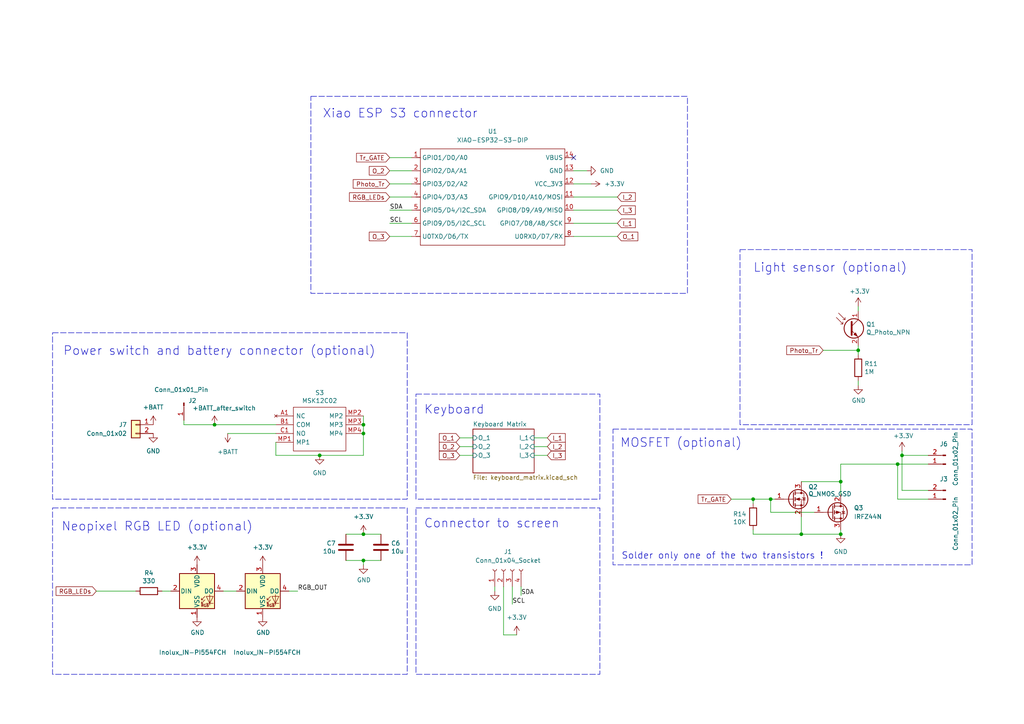
<source format=kicad_sch>
(kicad_sch (version 20250114) (generator "eeschema") (generator_version "9.0")
  (paper "A4")
  (title_block (title "IFT-S3") (date "2025-09-03") (rev "1") (company "IFT"))
  (lib_symbols
    (symbol "Connector:Conn_01x01_Pin" (pin_names (offset 1.016) (hide yes))
      (property "Reference" "J" (at 0 2.54 0))
      (property "Value" "Conn_01x01_Pin" (at 0 -2.54 0))
      (symbol "Conn_01x01_Pin_1_1"
        (rectangle (start 0.8636 0.127) (end 0 -0.127) (stroke (width 0.1524)) (fill (type outline)))
        (polyline (pts (xy 1.27 0) (xy 0.8636 0)) (stroke (width 0.1524)))
        (pin passive line (at 5.08 0 180) (length 3.81) (name "Pin_1") (number "1"))
      )
    )
    (symbol "Connector:Conn_01x02_Pin" (pin_names (offset 1.016) (hide yes))
      (property "Reference" "J" (at 0 2.54 0))
      (property "Value" "Conn_01x02_Pin" (at 0 -5.08 0))
      (symbol "Conn_01x02_Pin_1_1"
        (rectangle (start 0.8636 0.127) (end 0 -0.127) (stroke (width 0.1524)) (fill (type outline)))
        (rectangle (start 0.8636 -2.413) (end 0 -2.667) (stroke (width 0.1524)) (fill (type outline)))
        (polyline (pts (xy 1.27 0) (xy 0.8636 0)) (stroke (width 0.1524)))
        (polyline (pts (xy 1.27 -2.54) (xy 0.8636 -2.54)) (stroke (width 0.1524)))
        (pin passive line (at 5.08 0 180) (length 3.81) (name "Pin_1") (number "1"))
        (pin passive line (at 5.08 -2.54 180) (length 3.81) (name "Pin_2") (number "2"))
      )
    )
    (symbol "Connector:Conn_01x04_Socket" (pin_names (offset 1.016) (hide yes))
      (property "Reference" "J" (at 0 5.08 0))
      (property "Value" "Conn_01x04_Socket" (at 0 -7.62 0))
      (symbol "Conn_01x04_Socket_1_1"
        (polyline (pts (xy -1.27 2.54) (xy -0.508 2.54)) (stroke (width 0.1524)))
        (polyline (pts (xy -1.27 0) (xy -0.508 0)) (stroke (width 0.1524)))
        (polyline (pts (xy -1.27 -2.54) (xy -0.508 -2.54)) (stroke (width 0.1524)))
        (polyline (pts (xy -1.27 -5.08) (xy -0.508 -5.08)) (stroke (width 0.1524)))
        (arc (start 0 2.032) (mid -0.5058 2.54) (end 0 3.048) (stroke (width 0.1524)))
        (arc (start 0 -0.508) (mid -0.5058 0) (end 0 0.508) (stroke (width 0.1524)))
        (arc (start 0 -3.048) (mid -0.5058 -2.54) (end 0 -2.032) (stroke (width 0.1524)))
        (arc (start 0 -5.588) (mid -0.5058 -5.08) (end 0 -4.572) (stroke (width 0.1524)))
        (pin passive line (at -5.08 2.54 0) (length 3.81) (name "Pin_1") (number "1"))
        (pin passive line (at -5.08 0 0) (length 3.81) (name "Pin_2") (number "2"))
        (pin passive line (at -5.08 -2.54 0) (length 3.81) (name "Pin_3") (number "3"))
        (pin passive line (at -5.08 -5.08 0) (length 3.81) (name "Pin_4") (number "4"))
      )
    )
    (symbol "Connector_Generic:Conn_01x02" (pin_names (offset 1.016) (hide yes))
      (property "Reference" "J" (at 0 2.54 0))
      (property "Value" "Conn_01x02" (at 0 -5.08 0))
      (symbol "Conn_01x02_1_1"
        (rectangle (start -1.27 1.27) (end 1.27 -3.81) (stroke (width 0.254)) (fill (type background)))
        (rectangle (start -1.27 0.127) (end 0 -0.127) (stroke (width 0.1524)))
        (rectangle (start -1.27 -2.413) (end 0 -2.667) (stroke (width 0.1524)))
        (pin passive line (at -5.08 0 0) (length 3.81) (name "Pin_1") (number "1"))
        (pin passive line (at -5.08 -2.54 0) (length 3.81) (name "Pin_2") (number "2"))
      )
    )
    (symbol "Device:C" (pin_numbers (hide yes)) (pin_names (offset 0.254))
      (property "Reference" "C" (at 0.635 2.54 0))
      (property "Value" "C" (at 0.635 -2.54 0))
      (symbol "C_0_1"
        (polyline (pts (xy -2.032 0.762) (xy 2.032 0.762)) (stroke (width 0.508)))
        (polyline (pts (xy -2.032 -0.762) (xy 2.032 -0.762)) (stroke (width 0.508)))
      )
      (symbol "C_1_1"
        (pin passive line (at 0 3.81 270) (length 2.794) (name "~") (number "1"))
        (pin passive line (at 0 -3.81 90) (length 2.794) (name "~") (number "2"))
      )
    )
    (symbol "Device:Q_NMOS_GSD" (pin_names (offset 0) (hide yes))
      (property "Reference" "Q" (at 5.08 1.27 0))
      (property "Value" "Q_NMOS_GSD" (at 5.08 -1.27 0))
      (symbol "Q_NMOS_GSD_0_1"
        (polyline (pts (xy 0.254 1.905) (xy 0.254 -1.905)) (stroke (width 0.254)))
        (polyline (pts (xy 0.254 0) (xy -2.54 0)))
        (polyline (pts (xy 0.762 2.286) (xy 0.762 1.27)) (stroke (width 0.254)))
        (polyline (pts (xy 0.762 0.508) (xy 0.762 -0.508)) (stroke (width 0.254)))
        (polyline (pts (xy 0.762 -1.27) (xy 0.762 -2.286)) (stroke (width 0.254)))
        (polyline (pts (xy 0.762 -1.778) (xy 3.302 -1.778) (xy 3.302 1.778) (xy 0.762 1.778)))
        (polyline (pts (xy 1.016 0) (xy 2.032 0.381) (xy 2.032 -0.381) (xy 1.016 0)) (fill (type outline)))
        (circle (center 1.651 0) (radius 2.794) (stroke (width 0.254)))
        (polyline (pts (xy 2.54 2.54) (xy 2.54 1.778)))
        (circle (center 2.54 1.778) (radius 0.254) (fill (type outline)))
        (circle (center 2.54 -1.778) (radius 0.254) (fill (type outline)))
        (polyline (pts (xy 2.54 -2.54) (xy 2.54 0) (xy 0.762 0)))
        (polyline (pts (xy 2.794 0.508) (xy 2.921 0.381) (xy 3.683 0.381) (xy 3.81 0.254)))
        (polyline (pts (xy 3.302 0.381) (xy 2.921 -0.254) (xy 3.683 -0.254) (xy 3.302 0.381)))
      )
      (symbol "Q_NMOS_GSD_1_1"
        (pin input line (at -5.08 0 0) (length 2.54) (name "G") (number "1"))
        (pin passive line (at 2.54 5.08 270) (length 2.54) (name "D") (number "3"))
        (pin passive line (at 2.54 -5.08 90) (length 2.54) (name "S") (number "2"))
      )
    )
    (symbol "Device:Q_Photo_NPN" (pin_names (offset 0) (hide yes))
      (property "Reference" "Q" (at 5.08 1.27 0))
      (property "Value" "Q_Photo_NPN" (at 5.08 -1.27 0))
      (symbol "Q_Photo_NPN_0_1"
        (polyline (pts (xy -3.81 3.175) (xy -1.905 1.27) (xy -1.905 1.905)))
        (polyline (pts (xy -3.175 4.445) (xy -1.27 2.54) (xy -1.27 3.175)))
        (polyline (pts (xy -1.905 1.27) (xy -2.54 1.27)))
        (polyline (pts (xy -1.27 2.54) (xy -1.905 2.54)))
        (polyline (pts (xy 0.635 1.905) (xy 0.635 -1.905) (xy 0.635 -1.905)) (stroke (width 0.508)))
        (polyline (pts (xy 0.635 0.635) (xy 2.54 2.54)))
        (polyline (pts (xy 0.635 -0.635) (xy 2.54 -2.54) (xy 2.54 -2.54)))
        (circle (center 1.27 0) (radius 2.8194) (stroke (width 0.254)))
        (polyline (pts (xy 1.27 -1.778) (xy 1.778 -1.27) (xy 2.286 -2.286) (xy 1.27 -1.778) (xy 1.27 -1.778)) (fill (type outline)))
      )
      (symbol "Q_Photo_NPN_1_1"
        (pin passive line (at 2.54 5.08 270) (length 2.54) (name "C") (number "1"))
        (pin passive line (at 2.54 -5.08 90) (length 2.54) (name "E") (number "2"))
      )
    )
    (symbol "Device:R" (pin_numbers (hide yes)) (pin_names (offset 0))
      (property "Reference" "R" (at 2.032 0 90))
      (property "Value" "R" (at 0 0 90))
      (symbol "R_0_1"
        (rectangle (start -1.016 -2.54) (end 1.016 2.54) (stroke (width 0.254)))
      )
      (symbol "R_1_1"
        (pin passive line (at 0 3.81 270) (length 1.27) (name "~") (number "1"))
        (pin passive line (at 0 -3.81 90) (length 1.27) (name "~") (number "2"))
      )
    )
    (symbol "LED:Inolux_IN-PI554FCH" (pin_names (offset 0.254))
      (property "Reference" "D" (at 5.08 5.715 0))
      (property "Value" "Inolux_IN-PI554FCH" (at 1.27 -5.715 0))
      (symbol "Inolux_IN-PI554FCH_0_0"
        (text "RGB" (at 2.286 -4.191 0) (effects (font (size 0.762 0.762))))
      )
      (symbol "Inolux_IN-PI554FCH_0_1"
        (polyline (pts (xy 1.27 -2.54) (xy 1.778 -2.54)))
        (polyline (pts (xy 1.27 -3.556) (xy 1.778 -3.556)))
        (polyline (pts (xy 2.286 -1.524) (xy 1.27 -2.54) (xy 1.27 -2.032)))
        (polyline (pts (xy 2.286 -2.54) (xy 1.27 -3.556) (xy 1.27 -3.048)))
        (polyline (pts (xy 3.683 -1.016) (xy 3.683 -3.556) (xy 3.683 -4.064)))
        (polyline (pts (xy 4.699 -1.524) (xy 2.667 -1.524) (xy 3.683 -3.556) (xy 4.699 -1.524)))
        (polyline (pts (xy 4.699 -3.556) (xy 2.667 -3.556)))
        (rectangle (start 5.08 5.08) (end -5.08 -5.08) (stroke (width 0.254)) (fill (type background)))
      )
      (symbol "Inolux_IN-PI554FCH_1_1"
        (pin input line (at -7.62 0 0) (length 2.54) (name "DIN") (number "2"))
        (pin power_in line (at 0 7.62 270) (length 2.54) (name "VDD") (number "3"))
        (pin power_in line (at 0 -7.62 90) (length 2.54) (name "VSS") (number "1"))
        (pin output line (at 7.62 0 180) (length 2.54) (name "DO") (number "4"))
      )
    )
    (symbol "MSK12C02:MSK12C02" (pin_names (offset 0.762))
      (property "Reference" "S" (at 21.59 7.62 0))
      (property "Value" "MSK12C02" (at 21.59 5.08 0))
      (symbol "MSK12C02_0_0"
        (pin no_connect line (at 0 0 0) (length 5.08) (name "NC") (number "A1"))
        (pin passive line (at 0 -2.54 0) (length 5.08) (name "COM") (number "B1"))
        (pin passive line (at 0 -5.08 0) (length 5.08) (name "NO") (number "C1"))
        (pin passive line (at 0 -7.62 0) (length 5.08) (name "MP1") (number "MP1"))
        (pin passive line (at 25.4 0 180) (length 5.08) (name "MP2") (number "MP2"))
        (pin passive line (at 25.4 -2.54 180) (length 5.08) (name "MP3") (number "MP3"))
        (pin passive line (at 25.4 -5.08 180) (length 5.08) (name "MP4") (number "MP4"))
      )
      (symbol "MSK12C02_0_1"
        (polyline (pts (xy 5.08 2.54) (xy 20.32 2.54) (xy 20.32 -10.16) (xy 5.08 -10.16) (xy 5.08 2.54)) (stroke (width 0.1524)))
      )
    )
    (symbol "Transistor_FET:IRF4905" (pin_names (hide yes))
      (property "Reference" "Q" (at 5.08 1.905 0))
      (property "Value" "IRF4905" (at 5.08 0 0))
      (symbol "IRF4905_0_1"
        (polyline (pts (xy 0.254 1.905) (xy 0.254 -1.905)) (stroke (width 0.254)))
        (polyline (pts (xy 0.254 0) (xy -2.54 0)))
        (polyline (pts (xy 0.762 2.286) (xy 0.762 1.27)) (stroke (width 0.254)))
        (polyline (pts (xy 0.762 1.778) (xy 3.302 1.778) (xy 3.302 -1.778) (xy 0.762 -1.778)))
        (polyline (pts (xy 0.762 0.508) (xy 0.762 -0.508)) (stroke (width 0.254)))
        (polyline (pts (xy 0.762 -1.27) (xy 0.762 -2.286)) (stroke (width 0.254)))
        (circle (center 1.651 0) (radius 2.794) (stroke (width 0.254)))
        (polyline (pts (xy 2.286 0) (xy 1.27 0.381) (xy 1.27 -0.381) (xy 2.286 0)) (fill (type outline)))
        (polyline (pts (xy 2.54 2.54) (xy 2.54 1.778)))
        (circle (center 2.54 1.778) (radius 0.254) (fill (type outline)))
        (circle (center 2.54 -1.778) (radius 0.254) (fill (type outline)))
        (polyline (pts (xy 2.54 -2.54) (xy 2.54 0) (xy 0.762 0)))
        (polyline (pts (xy 2.794 -0.508) (xy 2.921 -0.381) (xy 3.683 -0.381) (xy 3.81 -0.254)))
        (polyline (pts (xy 3.302 -0.381) (xy 2.921 0.254) (xy 3.683 0.254) (xy 3.302 -0.381)))
      )
      (symbol "IRF4905_1_1"
        (pin input line (at -5.08 0 0) (length 2.54) (name "G") (number "1"))
        (pin passive line (at 2.54 5.08 270) (length 2.54) (name "D") (number "2"))
        (pin passive line (at 2.54 -5.08 90) (length 2.54) (name "S") (number "3"))
      )
    )
    (symbol "Xiao:XIAO-ESP32-S3-DIP"
      (property "Reference" "U" (at 1.27 0.508 0))
      (property "Value" "XIAO-ESP32-S3-DIP" (at 9.652 -1.778 0))
      (symbol "XIAO-ESP32-S3-DIP_1_0"
        (polyline (pts (xy 0 -2.54) (xy 41.91 -2.54)) (stroke (width 0.1524)))
        (polyline (pts (xy 0 -5.08) (xy -1.27 -5.08)) (stroke (width 0.1524)))
        (polyline (pts (xy 0 -5.08) (xy 0 -2.54)) (stroke (width 0.1524)))
        (polyline (pts (xy 0 -8.89) (xy -1.27 -8.89)) (stroke (width 0.1524)))
        (polyline (pts (xy 0 -8.89) (xy 0 -5.08)) (stroke (width 0.1524)))
        (polyline (pts (xy 0 -12.7) (xy -1.27 -12.7)) (stroke (width 0.1524)))
        (polyline (pts (xy 0 -12.7) (xy 0 -8.89)) (stroke (width 0.1524)))
        (polyline (pts (xy 0 -16.51) (xy -1.27 -16.51)) (stroke (width 0.1524)))
        (polyline (pts (xy 0 -16.51) (xy 0 -12.7)) (stroke (width 0.1524)))
        (polyline (pts (xy 0 -20.32) (xy -1.27 -20.32)) (stroke (width 0.1524)))
        (polyline (pts (xy 0 -24.13) (xy -1.27 -24.13)) (stroke (width 0.1524)))
        (polyline (pts (xy 0 -27.94) (xy -1.27 -27.94)) (stroke (width 0.1524)))
        (polyline (pts (xy 0 -30.48) (xy 0 -16.51)) (stroke (width 0.1524)))
        (polyline (pts (xy 41.91 -2.54) (xy 41.91 -5.08)) (stroke (width 0.1524)))
        (polyline (pts (xy 41.91 -5.08) (xy 41.91 -8.89)) (stroke (width 0.1524)))
        (polyline (pts (xy 41.91 -8.89) (xy 41.91 -12.7)) (stroke (width 0.1524)))
        (polyline (pts (xy 41.91 -12.7) (xy 41.91 -30.48)) (stroke (width 0.1524)))
        (polyline (pts (xy 41.91 -30.48) (xy 0 -30.48)) (stroke (width 0.1524)))
        (polyline (pts (xy 43.18 -5.08) (xy 41.91 -5.08)) (stroke (width 0.1524)))
        (polyline (pts (xy 43.18 -8.89) (xy 41.91 -8.89)) (stroke (width 0.1524)))
        (polyline (pts (xy 43.18 -12.7) (xy 41.91 -12.7)) (stroke (width 0.1524)))
        (polyline (pts (xy 43.18 -16.51) (xy 41.91 -16.51)) (stroke (width 0.1524)))
        (polyline (pts (xy 43.18 -20.32) (xy 41.91 -20.32)) (stroke (width 0.1524)))
        (polyline (pts (xy 43.18 -24.13) (xy 41.91 -24.13)) (stroke (width 0.1524)))
        (polyline (pts (xy 43.18 -27.94) (xy 41.91 -27.94)) (stroke (width 0.1524)))
        (pin passive line (at -2.54 -5.08 0) (length 2.54) (name "GPIO1/D0/A0") (number "1"))
        (pin passive line (at -2.54 -8.89 0) (length 2.54) (name "GPIO2/DA/A1") (number "2"))
        (pin passive line (at -2.54 -12.7 0) (length 2.54) (name "GPIO3/D2/A2") (number "3"))
        (pin passive line (at -2.54 -16.51 0) (length 2.54) (name "GPIO4/D3/A3") (number "4"))
        (pin passive line (at -2.54 -20.32 0) (length 2.54) (name "GPIO5/D4/I2C_SDA") (number "5"))
        (pin passive line (at -2.54 -24.13 0) (length 2.54) (name "GPIO9/D5/I2C_SCL") (number "6"))
        (pin passive line (at -2.54 -27.94 0) (length 2.54) (name "U0TXD/D6/TX") (number "7"))
        (pin passive line (at 44.45 -5.08 180) (length 2.54) (name "VBUS") (number "14"))
        (pin passive line (at 44.45 -8.89 180) (length 2.54) (name "GND") (number "13"))
        (pin passive line (at 44.45 -12.7 180) (length 2.54) (name "VCC_3V3") (number "12"))
        (pin passive line (at 44.45 -16.51 180) (length 2.54) (name "GPIO9/D10/A10/MOSI") (number "11"))
        (pin passive line (at 44.45 -20.32 180) (length 2.54) (name "GPIO8/D9/A9/MISO") (number "10"))
        (pin passive line (at 44.45 -24.13 180) (length 2.54) (name "GPIO7/D8/A8/SCK") (number "9"))
        (pin passive line (at 44.45 -27.94 180) (length 2.54) (name "U0RXD/D7/RX") (number "8"))
      )
    )
    (symbol "power:+3.3V" (power) (pin_names (offset 0))
      (property "Value" "+3.3V" (at 0 3.556 0))
      (symbol "+3.3V_0_1"
        (polyline (pts (xy -0.762 1.27) (xy 0 2.54)))
        (polyline (pts (xy 0 2.54) (xy 0.762 1.27)))
        (polyline (pts (xy 0 0) (xy 0 2.54)))
      )
      (symbol "+3.3V_1_1"
        (pin power_in line (at 0 0 90) (length 0) (hide yes) (name "+3.3V") (number "1"))
      )
    )
    (symbol "power:+BATT" (power) (pin_names (offset 0))
      (property "Value" "+BATT" (at 0 3.556 0))
      (symbol "+BATT_0_1"
        (polyline (pts (xy -0.762 1.27) (xy 0 2.54)))
        (polyline (pts (xy 0 2.54) (xy 0.762 1.27)))
        (polyline (pts (xy 0 0) (xy 0 2.54)))
      )
      (symbol "+BATT_1_1"
        (pin power_in line (at 0 0 90) (length 0) (hide yes) (name "+BATT") (number "1"))
      )
    )
    (symbol "power:GND" (power) (pin_names (offset 0))
      (property "Value" "GND" (at 0 -3.81 0))
      (symbol "GND_0_1"
        (polyline (pts (xy 0 0) (xy 0 -1.27) (xy 1.27 -1.27) (xy 0 -2.54) (xy -1.27 -1.27) (xy 0 -1.27)))
      )
      (symbol "GND_1_1"
        (pin power_in line (at 0 0 270) (length 0) (hide yes) (name "GND") (number "1"))
      )
    )
  )
  (rectangle (start 120.65 147.32) (end 173.99 195.58) (stroke (width 0) (type dash)))
  (rectangle (start 15.24 147.32) (end 118.11 195.58) (stroke (width 0) (type dash)))
  (rectangle (start 177.8 124.46) (end 281.94 163.83) (stroke (width 0) (type dash)))
  (rectangle (start 15.24 96.52) (end 118.11 144.78) (stroke (width 0) (type dash)))
  (rectangle (start 120.65 114.3) (end 173.99 144.78) (stroke (width 0) (type dash)))
  (rectangle (start 214.63 72.39) (end 281.94 123.19) (stroke (width 0) (type dash)))
  (rectangle (start 90.17 27.94) (end 199.39 85.09) (stroke (width 0) (type dash)))
  (text "Connector to screen" (at 122.936 153.416 0) (effects (font (size 2.54 2.54)) (justify left bottom)))
  (text "MOSFET (optional)" (at 179.832 130.048 0) (effects (font (size 2.54 2.54)) (justify left bottom)))
  (text "Power switch and battery connector (optional)" (at 18.288 103.378 0) (effects (font (size 2.54 2.54)) (justify left bottom)))
  (text "Neopixel RGB LED (optional)" (at 17.78 154.305 0) (effects (font (size 2.54 2.54)) (justify left bottom)))
  (text "Light sensor (optional)" (at 218.44 79.248 0) (effects (font (size 2.54 2.54)) (justify left bottom)))
  (text "Solder only one of the two transistors !" (at 209.55 161.29 0) (effects (font (size 1.905 1.905))))
  (text "Keyboard" (at 122.936 120.396 0) (effects (font (size 2.54 2.54)) (justify left bottom)))
  (text "Xiao ESP S3 connector" (at 116.078 33.02 0) (effects (font (size 2.54 2.54))))
  (junction (at 261.62 132.08))
  (junction (at 105.41 123.19))
  (junction (at 62.23 123.19))
  (junction (at 248.92 101.6))
  (junction (at 218.44 144.78))
  (junction (at 105.41 125.73))
  (junction (at 92.71 132.08))
  (junction (at 105.41 154.94))
  (junction (at 105.41 162.56))
  (junction (at 243.84 154.94))
  (junction (at 260.35 134.62))
  (junction (at 232.41 154.94))
  (junction (at 223.52 144.78))
  (junction (at 243.84 139.7))
  (no_connect (at 166.37 45.72))
  (wire (pts (xy 261.62 132.08) (xy 269.24 132.08)))
  (wire (pts (xy 133.35 132.08) (xy 137.16 132.08)))
  (wire (pts (xy 100.33 154.94) (xy 105.41 154.94)))
  (wire (pts (xy 179.07 68.58) (xy 166.37 68.58)))
  (wire (pts (xy 154.94 132.08) (xy 158.75 132.08)))
  (wire (pts (xy 232.41 139.7) (xy 243.84 139.7)))
  (wire (pts (xy 105.41 123.19) (xy 105.41 120.65)))
  (wire (pts (xy 218.44 144.78) (xy 223.52 144.78)))
  (wire (pts (xy 83.82 171.45) (xy 86.36 171.45)))
  (wire (pts (xy 105.41 163.83) (xy 105.41 162.56)))
  (wire (pts (xy 62.23 123.19) (xy 80.01 123.19)))
  (wire (pts (xy 166.37 57.15) (xy 179.07 57.15)))
  (wire (pts (xy 148.59 175.26) (xy 148.59 170.18)))
  (wire (pts (xy 260.35 134.62) (xy 243.84 134.62)))
  (wire (pts (xy 212.09 144.78) (xy 218.44 144.78)))
  (wire (pts (xy 46.99 171.45) (xy 49.53 171.45)))
  (wire (pts (xy 154.94 129.54) (xy 158.75 129.54)))
  (wire (pts (xy 243.84 154.94) (xy 243.84 153.67)))
  (wire (pts (xy 149.86 184.15) (xy 146.05 184.15)))
  (wire (pts (xy 243.84 143.51) (xy 243.84 139.7)))
  (wire (pts (xy 218.44 144.78) (xy 218.44 146.05)))
  (wire (pts (xy 113.03 64.77) (xy 119.38 64.77)))
  (wire (pts (xy 151.13 172.72) (xy 151.13 170.18)))
  (wire (pts (xy 113.03 57.15) (xy 119.38 57.15)))
  (wire (pts (xy 260.35 144.78) (xy 269.24 144.78)))
  (wire (pts (xy 243.84 154.94) (xy 232.41 154.94)))
  (wire (pts (xy 80.01 128.27) (xy 80.01 132.08)))
  (wire (pts (xy 92.71 132.08) (xy 105.41 132.08)))
  (wire (pts (xy 53.34 123.19) (xy 62.23 123.19)))
  (wire (pts (xy 166.37 60.96) (xy 179.07 60.96)))
  (wire (pts (xy 218.44 153.67) (xy 218.44 154.94)))
  (wire (pts (xy 261.62 142.24) (xy 261.62 132.08)))
  (wire (pts (xy 166.37 53.34) (xy 171.45 53.34)))
  (wire (pts (xy 27.94 171.45) (xy 39.37 171.45)))
  (wire (pts (xy 100.33 162.56) (xy 105.41 162.56)))
  (wire (pts (xy 243.84 134.62) (xy 243.84 139.7)))
  (wire (pts (xy 261.62 142.24) (xy 269.24 142.24)))
  (wire (pts (xy 248.92 110.49) (xy 248.92 111.76)))
  (wire (pts (xy 53.34 121.92) (xy 53.34 123.19)))
  (wire (pts (xy 218.44 154.94) (xy 232.41 154.94)))
  (wire (pts (xy 113.03 60.96) (xy 119.38 60.96)))
  (wire (pts (xy 236.22 148.59) (xy 223.52 148.59)))
  (wire (pts (xy 223.52 144.78) (xy 224.79 144.78)))
  (wire (pts (xy 146.05 184.15) (xy 146.05 170.18)))
  (wire (pts (xy 248.92 100.33) (xy 248.92 101.6)))
  (wire (pts (xy 238.76 101.6) (xy 248.92 101.6)))
  (wire (pts (xy 113.03 49.53) (xy 119.38 49.53)))
  (wire (pts (xy 166.37 49.53) (xy 170.18 49.53)))
  (wire (pts (xy 248.92 88.9) (xy 248.92 90.17)))
  (wire (pts (xy 260.35 134.62) (xy 269.24 134.62)))
  (wire (pts (xy 105.41 154.94) (xy 110.49 154.94)))
  (wire (pts (xy 166.37 64.77) (xy 179.07 64.77)))
  (wire (pts (xy 260.35 144.78) (xy 260.35 134.62)))
  (wire (pts (xy 261.62 130.81) (xy 261.62 132.08)))
  (wire (pts (xy 232.41 149.86) (xy 232.41 154.94)))
  (wire (pts (xy 113.03 53.34) (xy 119.38 53.34)))
  (wire (pts (xy 105.41 132.08) (xy 105.41 125.73)))
  (wire (pts (xy 80.01 132.08) (xy 92.71 132.08)))
  (wire (pts (xy 113.03 45.72) (xy 119.38 45.72)))
  (wire (pts (xy 133.35 127) (xy 137.16 127)))
  (wire (pts (xy 64.77 171.45) (xy 68.58 171.45)))
  (wire (pts (xy 154.94 127) (xy 158.75 127)))
  (wire (pts (xy 223.52 148.59) (xy 223.52 144.78)))
  (wire (pts (xy 133.35 129.54) (xy 137.16 129.54)))
  (wire (pts (xy 105.41 162.56) (xy 110.49 162.56)))
  (wire (pts (xy 105.41 125.73) (xy 105.41 123.19)))
  (wire (pts (xy 248.92 101.6) (xy 248.92 102.87)))
  (wire (pts (xy 66.04 125.73) (xy 80.01 125.73)))
  (wire (pts (xy 143.51 171.45) (xy 143.51 170.18)))
  (wire (pts (xy 113.03 68.58) (xy 119.38 68.58)))
  (label "SDA" (at 151.13 172.72 0))
  (label "RGB_OUT" (at 86.36 171.45 0))
  (label "SCL" (at 113.03 64.77 0))
  (label "SCL" (at 148.59 175.26 0))
  (label "SDA" (at 113.03 60.96 0))
  (global_label "Tr_GATE" (shape input) (at 212.09 144.78 180) (property "Intersheetrefs" "${INTERSHEET_REFS}" (effects (hide yes))))
  (global_label "O_1" (shape input) (at 179.07 68.58 0) (property "Intersheetrefs" "${INTERSHEET_REFS}" (effects (hide yes))))
  (global_label "I_3" (shape input) (at 179.07 60.96 0) (property "Intersheetrefs" "${INTERSHEET_REFS}" (effects (hide yes))))
  (global_label "I_2" (shape input) (at 179.07 57.15 0) (property "Intersheetrefs" "${INTERSHEET_REFS}" (effects (hide yes))))
  (global_label "I_1" (shape input) (at 158.75 127 0) (property "Intersheetrefs" "${INTERSHEET_REFS}" (effects (hide yes))))
  (global_label "Photo_Tr" (shape input) (at 113.03 53.34 180) (property "Intersheetrefs" "${INTERSHEET_REFS}" (effects (hide yes))))
  (global_label "RGB_LEDs" (shape input) (at 113.03 57.15 180) (property "Intersheetrefs" "${INTERSHEET_REFS}" (effects (hide yes))))
  (global_label "I_2" (shape input) (at 158.75 129.54 0) (property "Intersheetrefs" "${INTERSHEET_REFS}" (effects (hide yes))))
  (global_label "I_1" (shape input) (at 179.07 64.77 0) (property "Intersheetrefs" "${INTERSHEET_REFS}" (effects (hide yes))))
  (global_label "Photo_Tr" (shape input) (at 238.76 101.6 180) (property "Intersheetrefs" "${INTERSHEET_REFS}" (effects (hide yes))))
  (global_label "O_2" (shape input) (at 113.03 49.53 180) (property "Intersheetrefs" "${INTERSHEET_REFS}" (effects (hide yes))))
  (global_label "RGB_LEDs" (shape input) (at 27.94 171.45 180) (property "Intersheetrefs" "${INTERSHEET_REFS}" (effects (hide yes))))
  (global_label "O_3" (shape input) (at 113.03 68.58 180) (property "Intersheetrefs" "${INTERSHEET_REFS}" (effects (hide yes))))
  (global_label "Tr_GATE" (shape input) (at 113.03 45.72 180) (property "Intersheetrefs" "${INTERSHEET_REFS}" (effects (hide yes))))
  (global_label "O_3" (shape input) (at 133.35 132.08 180) (property "Intersheetrefs" "${INTERSHEET_REFS}" (effects (hide yes))))
  (global_label "O_1" (shape input) (at 133.35 127 180) (property "Intersheetrefs" "${INTERSHEET_REFS}" (effects (hide yes))))
  (global_label "O_2" (shape input) (at 133.35 129.54 180) (property "Intersheetrefs" "${INTERSHEET_REFS}" (effects (hide yes))))
  (global_label "I_3" (shape input) (at 158.75 132.08 0) (property "Intersheetrefs" "${INTERSHEET_REFS}" (effects (hide yes))))
  (symbol (lib_id "power:GND") (at 170.18 49.53 90) (unit 1)
    (property "Reference" "#PWR02" (effects (hide yes)))
    (property "Value" "GND" (at 173.99 49.5299 90) (effects (justify right)))
  )
  (symbol (lib_id "power:+3.3V") (at 57.15 163.83 0) (mirror y) (unit 1)
    (property "Reference" "#PWR033" (effects (hide yes)))
    (property "Value" "+3.3V" (at 57.15 158.75 0))
  )
  (symbol (lib_id "power:+BATT") (at 66.04 125.73 0) (mirror x) (unit 1)
    (property "Reference" "#PWR015" (effects (hide yes)))
    (property "Value" "+BATT" (at 66.04 131.064 0))
  )
  (symbol (lib_id "power:+3.3V") (at 149.86 184.15 0) (mirror y) (unit 1)
    (property "Reference" "#PWR010" (effects (hide yes)))
    (property "Value" "+3.3V" (at 149.86 179.07 0))
  )
  (symbol (lib_id "power:+BATT") (at 44.45 123.19 0) (unit 1)
    (property "Reference" "#PWR014" (effects (hide yes)))
    (property "Value" "+BATT" (at 44.45 118.11 0))
  )
  (symbol (lib_id "power:+3.3V") (at 76.2 163.83 0) (mirror y) (unit 1)
    (property "Reference" "#PWR025" (effects (hide yes)))
    (property "Value" "+3.3V" (at 76.2 158.75 0))
  )
  (symbol (lib_id "power:+3.3V") (at 248.92 88.9 0) (unit 1)
    (property "Reference" "#PWR044" (effects (hide yes)))
    (property "Value" "+3.3V" (at 249.301 84.5058 0))
  )
  (symbol (lib_id "Device:Q_NMOS_GSD") (at 229.87 144.78 0) (unit 1)
    (property "Reference" "Q2" (at 234.442 141.224 0) (effects (justify left)))
    (property "Value" "Q_NMOS_GSD" (at 234.442 143.256 0) (effects (justify left)))
    (property "Footprint" "Package_TO_SOT_SMD:SOT-23-3" (effects (hide yes)))
  )
  (symbol (lib_id "power:GND") (at 76.2 179.07 0) (unit 1)
    (property "Reference" "#PWR06" (effects (hide yes)))
    (property "Value" "GND" (at 76.327 183.4642 0))
  )
  (symbol (lib_id "LED:Inolux_IN-PI554FCH") (at 76.2 171.45 0) (unit 1)
    (property "Reference" "D5" (effects (hide yes)))
    (property "Value" "Inolux_IN-PI554FCH" (at 77.47 189.23 0))
    (property "Footprint" "LED_SMD:LED_Inolux_IN-PI554FCH_PLCC4_5.0x5.0mm_P3.2mm" (effects (hide yes)))
    (property "Datasheet" "http://www.inolux-corp.com/datasheet/SMDLED/Addressable%20LED/IN-PI554FCH.pdf" (effects (hide yes)))
  )
  (symbol (lib_id "Device:R") (at 248.92 106.68 0) (unit 1)
    (property "Reference" "R11" (at 250.698 105.5116 0) (effects (justify left)))
    (property "Value" "1M" (at 250.698 107.823 0) (effects (justify left)))
    (property "Footprint" "Resistor_SMD:R_0805_2012Metric_Pad1.20x1.40mm_HandSolder" (effects (hide yes)))
  )
  (symbol (lib_id "LED:Inolux_IN-PI554FCH") (at 57.15 171.45 0) (unit 1)
    (property "Reference" "D4" (effects (hide yes)))
    (property "Value" "Inolux_IN-PI554FCH" (at 55.88 189.23 0))
    (property "Footprint" "LED_SMD:LED_Inolux_IN-PI554FCH_PLCC4_5.0x5.0mm_P3.2mm" (effects (hide yes)))
    (property "Datasheet" "http://www.inolux-corp.com/datasheet/SMDLED/Addressable%20LED/IN-PI554FCH.pdf" (effects (hide yes)))
  )
  (symbol (lib_id "power:+3.3V") (at 105.41 154.94 0) (mirror y) (unit 1)
    (property "Reference" "#PWR026" (effects (hide yes)))
    (property "Value" "+3.3V" (at 105.41 149.86 0))
  )
  (symbol (lib_id "Connector:Conn_01x04_Socket") (at 146.05 165.1 90) (unit 1)
    (property "Reference" "J1" (at 147.32 160.02 90))
    (property "Value" "Conn_01x04_Socket" (at 147.32 162.56 90))
    (property "Footprint" "footprints:SSD1306_module" (effects (hide yes)))
  )
  (symbol (lib_id "Connector:Conn_01x01_Pin") (at 53.34 116.84 270) (unit 1)
    (property "Reference" "J2" (at 54.61 116.2049 90) (effects (justify left)))
    (property "Value" "Conn_01x01_Pin" (at 44.704 113.03 90) (effects (justify left)))
    (property "Footprint" "Connector_PinHeader_2.54mm:PinHeader_1x01_P2.54mm_Vertical" (effects (hide yes)))
    (property "Description" "Generic connector, single row, 01x01, script generated" (effects (hide yes)))
  )
  (symbol (lib_id "power:GND") (at 105.41 163.83 0) (unit 1)
    (property "Reference" "#PWR027" (effects (hide yes)))
    (property "Value" "GND" (at 105.537 168.2242 0))
  )
  (symbol (lib_id "Transistor_FET:IRF4905") (at 241.3 148.59 0) (unit 1)
    (property "Reference" "Q3" (at 247.65 147.3199 0) (effects (justify left)))
    (property "Value" "IRFZ44N" (at 247.65 149.8599 0) (effects (justify left)))
    (property "Footprint" "Package_TO_SOT_THT:TO-220-3_Vertical" (effects (hide yes)))
    (property "Datasheet" "http://www.infineon.com/dgdl/irf4905.pdf?fileId=5546d462533600a4015355e32165197c" (effects (hide yes)))
    (property "Description" "-74A Id, -55V Vds, Single P-Channel HEXFET Power MOSFET, 20mOhm Ron, TO-220AB" (effects (hide yes)))
  )
  (symbol (lib_id "Connector:Conn_01x02_Pin") (at 274.32 144.78 180) (unit 1)
    (property "Reference" "J3" (at 272.542 138.938 0) (effects (justify right)))
    (property "Value" "Conn_01x02_Pin" (at 277.114 159.766 90) (effects (justify right)))
    (property "Footprint" "Connector_PinHeader_2.54mm:PinHeader_1x02_P2.54mm_Vertical" (effects (hide yes)))
    (property "Description" "Generic connector, single row, 01x02, script generated" (effects (hide yes)))
  )
  (symbol (lib_id "power:+3.3V") (at 171.45 53.34 270) (mirror x) (unit 1)
    (property "Reference" "#PWR01" (effects (hide yes)))
    (property "Value" "+3.3V" (at 175.26 53.3399 90) (effects (justify left)))
  )
  (symbol (lib_id "power:GND") (at 248.92 111.76 0) (unit 1)
    (property "Reference" "#PWR045" (effects (hide yes)))
    (property "Value" "GND" (at 249.047 116.1542 0))
  )
  (symbol (lib_id "Device:C") (at 110.49 158.75 0) (unit 1)
    (property "Reference" "C6" (at 113.411 157.5816 0) (effects (justify left)))
    (property "Value" "10u" (at 113.411 159.893 0) (effects (justify left)))
    (property "Footprint" "Capacitor_SMD:C_0805_2012Metric_Pad1.18x1.45mm_HandSolder" (effects (hide yes)))
  )
  (symbol (lib_id "power:GND") (at 143.51 171.45 0) (unit 1)
    (property "Reference" "#PWR09" (effects (hide yes)))
    (property "Value" "GND" (at 143.51 176.53 0))
  )
  (symbol (lib_id "Xiao:XIAO-ESP32-S3-DIP") (at 121.92 40.64 0) (unit 1)
    (property "Reference" "U1" (at 142.875 38.1 0))
    (property "Value" "XIAO-ESP32-S3-DIP" (at 142.875 40.64 0))
    (property "Footprint" "footprints:XIAO-ESP32S3-DIP" (effects (hide yes)))
  )
  (symbol (lib_id "Connector:Conn_01x02_Pin") (at 274.32 134.62 180) (unit 1)
    (property "Reference" "J6" (at 272.542 128.778 0) (effects (justify right)))
    (property "Value" "Conn_01x02_Pin" (at 277.114 140.97 90) (effects (justify right)))
    (property "Footprint" "Motors:Vybronics_VZ30C1T8219732L" (effects (hide yes)))
    (property "Description" "Generic connector, single row, 01x02, script generated" (effects (hide yes)))
  )
  (symbol (lib_id "Connector_Generic:Conn_01x02") (at 39.37 123.19 0) (mirror y) (unit 1)
    (property "Reference" "J7" (at 36.83 123.19 0) (effects (justify left)))
    (property "Value" "Conn_01x02" (at 36.83 125.73 0) (effects (justify left)))
    (property "Footprint" "Connector_JST:JST_PH_S2B-PH-K_1x02_P2.00mm_Horizontal" (effects (hide yes)))
  )
  (symbol (lib_id "Device:R") (at 218.44 149.86 0) (unit 1)
    (property "Reference" "R14" (at 212.598 149.098 0) (effects (justify left)))
    (property "Value" "10K" (at 212.598 151.384 0) (effects (justify left)))
    (property "Footprint" "Resistor_SMD:R_0805_2012Metric_Pad1.20x1.40mm_HandSolder" (effects (hide yes)))
  )
  (symbol (lib_id "power:GND") (at 243.84 154.94 0) (unit 1)
    (property "Reference" "#PWR048" (effects (hide yes)))
    (property "Value" "GND" (at 243.84 160.02 0))
  )
  (symbol (lib_id "power:GND") (at 57.15 179.07 0) (unit 1)
    (property "Reference" "#PWR029" (effects (hide yes)))
    (property "Value" "GND" (at 57.277 183.4642 0))
  )
  (symbol (lib_id "power:+3.3V") (at 261.62 130.81 0) (unit 1)
    (property "Reference" "#PWR03" (effects (hide yes)))
    (property "Value" "+3.3V" (at 262.001 126.4158 0))
  )
  (symbol (lib_id "Device:R") (at 43.18 171.45 270) (unit 1)
    (property "Reference" "R4" (at 43.18 166.1922 90))
    (property "Value" "330" (at 43.18 168.5036 90))
    (property "Footprint" "Resistor_SMD:R_0805_2012Metric_Pad1.20x1.40mm_HandSolder" (effects (hide yes)))
  )
  (symbol (lib_id "power:+BATT") (at 62.23 123.19 0) (unit 1)
    (property "Reference" "#PWR016" (effects (hide yes)))
    (property "Value" "+BATT_after_switch" (at 65.024 118.364 0))
  )
  (symbol (lib_id "Device:Q_Photo_NPN") (at 246.38 95.25 0) (unit 1)
    (property "Reference" "Q1" (at 251.206 94.0816 0) (effects (justify left)))
    (property "Value" "Q_Photo_NPN" (at 251.206 96.393 0) (effects (justify left)))
    (property "Footprint" "Local footprints:SFH3710" (effects (hide yes)))
    (property "Datasheet" "https://www.osram.com/media/resource/hires/osram-dam-5961394/SFH+3710_EN.pdf" (effects (hide yes)))
    (property "Manufacturer" "Osram" (effects (hide yes)))
    (property "MPN" "SFH 3710-Z" (effects (hide yes)))
  )
  (symbol (lib_id "MSK12C02:MSK12C02") (at 80.01 120.65 0) (unit 1)
    (property "Reference" "S3" (at 92.71 113.919 0))
    (property "Value" "MSK12C02" (at 92.71 116.2304 0))
    (property "Footprint" "footprints:MSK12C02" (effects (hide yes)))
    (property "Datasheet" "https://shouhan.en.made-in-china.com/product/xsMEmqgOAXWB/China-Slide-Switch-Msk12c02-Slide-Switch-on-off-2-Position-1p2t-Spdt-Miniature-Horizontal-SMD-7p-Slide-Switch.html" (effects (hide yes)))
    (property "Description" "SMD Toggle Switches" (effects (hide yes)))
    (property "Height" "1.4" (effects (hide yes)))
    (property "Manufacturer_Name" "Shou Han" (effects (hide yes)))
    (property "Manufacturer_Part_Number" "MSK12C02" (effects (hide yes)))
  )
  (symbol (lib_id "power:GND") (at 92.71 132.08 0) (unit 1)
    (property "Reference" "#PWR013" (effects (hide yes)))
    (property "Value" "GND" (at 92.71 137.16 0))
  )
  (symbol (lib_id "power:GND") (at 44.45 125.73 0) (unit 1)
    (property "Reference" "#PWR042" (effects (hide yes)))
    (property "Value" "GND" (at 44.45 130.81 0))
  )
  (symbol (lib_id "Device:C") (at 100.33 158.75 0) (mirror y) (unit 1)
    (property "Reference" "C7" (at 97.409 157.5816 0) (effects (justify left)))
    (property "Value" "10u" (at 97.409 159.893 0) (effects (justify left)))
    (property "Footprint" "Capacitor_SMD:C_0805_2012Metric_Pad1.18x1.45mm_HandSolder" (effects (hide yes)))
  )
  (sheet (at 137.16 124.46) (size 17.78 12.7) (stroke (width 0.1524))
    (property "Sheetname" "Keyboard Matrix" (at 137.16 123.7484 0) (effects (justify left bottom)))
    (property "Sheetfile" "keyboard_matrix.kicad_sch" (at 137.16 137.7446 0) (effects (justify left top)))
    (pin "O_2" input (at 137.16 129.54 180))
    (pin "O_1" input (at 137.16 127 180))
    (pin "O_3" input (at 137.16 132.08 180))
    (pin "I_3" input (at 154.94 132.08 0))
    (pin "I_2" input (at 154.94 129.54 0))
    (pin "I_1" input (at 154.94 127 0))
  )
)
</source>
